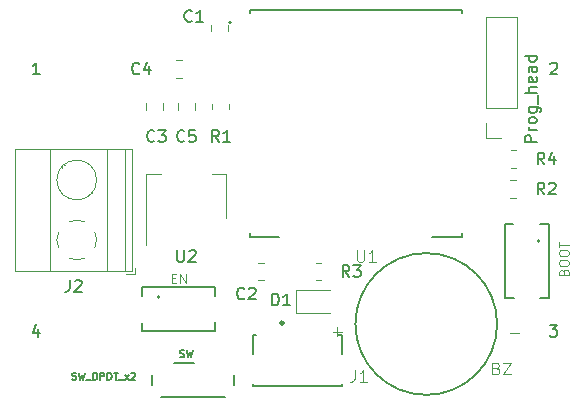
<source format=gto>
G04 #@! TF.GenerationSoftware,KiCad,Pcbnew,(5.1.9)-1*
G04 #@! TF.CreationDate,2021-04-10T16:29:16+02:00*
G04 #@! TF.ProjectId,eerste_versie,65657273-7465-45f7-9665-727369652e6b,rev?*
G04 #@! TF.SameCoordinates,Original*
G04 #@! TF.FileFunction,Legend,Top*
G04 #@! TF.FilePolarity,Positive*
%FSLAX46Y46*%
G04 Gerber Fmt 4.6, Leading zero omitted, Abs format (unit mm)*
G04 Created by KiCad (PCBNEW (5.1.9)-1) date 2021-04-10 16:29:16*
%MOMM*%
%LPD*%
G01*
G04 APERTURE LIST*
%ADD10C,0.203200*%
%ADD11C,0.120000*%
%ADD12C,0.127000*%
%ADD13C,0.300000*%
%ADD14C,0.200000*%
%ADD15C,0.150000*%
%ADD16C,0.015000*%
G04 APERTURE END LIST*
D10*
X129776220Y-137269220D02*
X129776220Y-136415780D01*
X122826780Y-137269220D02*
X122826780Y-136415780D01*
X123604020Y-138267440D02*
X128998980Y-138267440D01*
X124675900Y-135417560D02*
X126428500Y-135417560D01*
D11*
X153659064Y-118845000D02*
X153204936Y-118845000D01*
X153659064Y-117375000D02*
X153204936Y-117375000D01*
X118139000Y-119888000D02*
G75*
G03*
X118139000Y-119888000I-1680000J0D01*
G01*
X120559000Y-127568000D02*
X120559000Y-117288000D01*
X119059000Y-127568000D02*
X119059000Y-117288000D01*
X114158000Y-127568000D02*
X114158000Y-117288000D01*
X111198000Y-127568000D02*
X111198000Y-117288000D01*
X121119000Y-127568000D02*
X121119000Y-117288000D01*
X111198000Y-127568000D02*
X121119000Y-127568000D01*
X111198000Y-117288000D02*
X121119000Y-117288000D01*
X115390000Y-118613000D02*
X115436000Y-118660000D01*
X117698000Y-120922000D02*
X117733000Y-120957000D01*
X115184000Y-118818000D02*
X115220000Y-118853000D01*
X117482000Y-121115000D02*
X117528000Y-121162000D01*
X120619000Y-127808000D02*
X121359000Y-127808000D01*
X121359000Y-127808000D02*
X121359000Y-127308000D01*
X118139253Y-124939195D02*
G75*
G02*
X117994000Y-125652000I-1680253J-28805D01*
G01*
X117142042Y-126503426D02*
G75*
G02*
X115775000Y-126503000I-683042J1535426D01*
G01*
X114923574Y-125651042D02*
G75*
G02*
X114924000Y-124284000I1535426J683042D01*
G01*
X115775958Y-123432574D02*
G75*
G02*
X117143000Y-123433000I683042J-1535426D01*
G01*
X117993756Y-124284682D02*
G75*
G02*
X118139000Y-124968000I-1534756J-683318D01*
G01*
X153730000Y-113760000D02*
X151070000Y-113760000D01*
X153730000Y-113760000D02*
X153730000Y-106080000D01*
X153730000Y-106080000D02*
X151070000Y-106080000D01*
X151070000Y-113760000D02*
X151070000Y-106080000D01*
X151070000Y-116360000D02*
X151070000Y-115030000D01*
X152400000Y-116360000D02*
X151070000Y-116360000D01*
X124995000Y-113403748D02*
X124995000Y-113926252D01*
X126465000Y-113403748D02*
X126465000Y-113926252D01*
X123798000Y-113926252D02*
X123798000Y-113403748D01*
X122328000Y-113926252D02*
X122328000Y-113403748D01*
D12*
X138878000Y-137340000D02*
X138878000Y-137160000D01*
X131378000Y-137340000D02*
X138878000Y-137340000D01*
X131378000Y-137160000D02*
X131378000Y-137340000D01*
D13*
X133928000Y-131990000D02*
G75*
G03*
X133928000Y-131990000I-100000J0D01*
G01*
D12*
X138878000Y-133040000D02*
X138607000Y-133040000D01*
X138878000Y-134620000D02*
X138878000Y-133040000D01*
X131378000Y-133040000D02*
X131649000Y-133040000D01*
X131378000Y-134620000D02*
X131378000Y-133040000D01*
D14*
X123495000Y-129810000D02*
G75*
G03*
X123495000Y-129810000I-100000J0D01*
G01*
X128195000Y-132660000D02*
X128195000Y-131910000D01*
X121995000Y-132660000D02*
X128195000Y-132660000D01*
X121995000Y-132010000D02*
X121995000Y-132660000D01*
X128195000Y-128960000D02*
X128195000Y-129710000D01*
X121995000Y-128960000D02*
X128195000Y-128960000D01*
X121995000Y-129710000D02*
X121995000Y-128960000D01*
X155659000Y-123646000D02*
X156409000Y-123646000D01*
X156409000Y-123646000D02*
X156409000Y-129846000D01*
X156409000Y-129846000D02*
X155659000Y-129846000D01*
X153359000Y-123646000D02*
X152709000Y-123646000D01*
X152709000Y-123646000D02*
X152709000Y-129846000D01*
X152709000Y-129846000D02*
X153459000Y-129846000D01*
X155659000Y-125046000D02*
G75*
G03*
X155659000Y-125046000I-100000J0D01*
G01*
D11*
X137133064Y-126900000D02*
X136678936Y-126900000D01*
X137133064Y-128370000D02*
X136678936Y-128370000D01*
X135046000Y-131135000D02*
X137906000Y-131135000D01*
X135046000Y-129215000D02*
X135046000Y-131135000D01*
X137906000Y-129215000D02*
X135046000Y-129215000D01*
D12*
X152050000Y-132080000D02*
G75*
G03*
X152050000Y-132080000I-6000000J0D01*
G01*
D11*
X125356252Y-111225000D02*
X124833748Y-111225000D01*
X125356252Y-109755000D02*
X124833748Y-109755000D01*
X153627064Y-119915000D02*
X153172936Y-119915000D01*
X153627064Y-121385000D02*
X153172936Y-121385000D01*
X129259000Y-106778248D02*
X129259000Y-107300752D01*
X127789000Y-106778248D02*
X127789000Y-107300752D01*
X131818748Y-128370000D02*
X132341252Y-128370000D01*
X131818748Y-126900000D02*
X132341252Y-126900000D01*
X122320000Y-125360000D02*
X122320000Y-119350000D01*
X129140000Y-123110000D02*
X129140000Y-119350000D01*
X122320000Y-119350000D02*
X123580000Y-119350000D01*
X129140000Y-119350000D02*
X127880000Y-119350000D01*
D12*
X131090000Y-105790000D02*
X131090000Y-105490000D01*
X131090000Y-105490000D02*
X149090000Y-105490000D01*
X149090000Y-105490000D02*
X149090000Y-105790000D01*
X131090000Y-124390000D02*
X131090000Y-124690000D01*
X131090000Y-124690000D02*
X133600000Y-124690000D01*
X146580000Y-124690000D02*
X149090000Y-124690000D01*
X149090000Y-124690000D02*
X149090000Y-124390000D01*
D14*
X129540000Y-106550000D02*
G75*
G03*
X129540000Y-106550000I-100000J0D01*
G01*
D11*
X127916000Y-113892064D02*
X127916000Y-113437936D01*
X129386000Y-113892064D02*
X129386000Y-113437936D01*
D12*
X125207485Y-134866742D02*
X125294571Y-134895771D01*
X125439714Y-134895771D01*
X125497771Y-134866742D01*
X125526800Y-134837714D01*
X125555828Y-134779657D01*
X125555828Y-134721600D01*
X125526800Y-134663542D01*
X125497771Y-134634514D01*
X125439714Y-134605485D01*
X125323600Y-134576457D01*
X125265542Y-134547428D01*
X125236514Y-134518400D01*
X125207485Y-134460342D01*
X125207485Y-134402285D01*
X125236514Y-134344228D01*
X125265542Y-134315200D01*
X125323600Y-134286171D01*
X125468742Y-134286171D01*
X125555828Y-134315200D01*
X125759028Y-134286171D02*
X125904171Y-134895771D01*
X126020285Y-134460342D01*
X126136400Y-134895771D01*
X126281542Y-134286171D01*
X116074371Y-136771742D02*
X116161457Y-136800771D01*
X116306600Y-136800771D01*
X116364657Y-136771742D01*
X116393685Y-136742714D01*
X116422714Y-136684657D01*
X116422714Y-136626600D01*
X116393685Y-136568542D01*
X116364657Y-136539514D01*
X116306600Y-136510485D01*
X116190485Y-136481457D01*
X116132428Y-136452428D01*
X116103400Y-136423400D01*
X116074371Y-136365342D01*
X116074371Y-136307285D01*
X116103400Y-136249228D01*
X116132428Y-136220200D01*
X116190485Y-136191171D01*
X116335628Y-136191171D01*
X116422714Y-136220200D01*
X116625914Y-136191171D02*
X116771057Y-136800771D01*
X116887171Y-136365342D01*
X117003285Y-136800771D01*
X117148428Y-136191171D01*
X117235514Y-136858828D02*
X117699971Y-136858828D01*
X117845114Y-136800771D02*
X117845114Y-136191171D01*
X117990257Y-136191171D01*
X118077342Y-136220200D01*
X118135400Y-136278257D01*
X118164428Y-136336314D01*
X118193457Y-136452428D01*
X118193457Y-136539514D01*
X118164428Y-136655628D01*
X118135400Y-136713685D01*
X118077342Y-136771742D01*
X117990257Y-136800771D01*
X117845114Y-136800771D01*
X118454714Y-136800771D02*
X118454714Y-136191171D01*
X118686942Y-136191171D01*
X118745000Y-136220200D01*
X118774028Y-136249228D01*
X118803057Y-136307285D01*
X118803057Y-136394371D01*
X118774028Y-136452428D01*
X118745000Y-136481457D01*
X118686942Y-136510485D01*
X118454714Y-136510485D01*
X119064314Y-136800771D02*
X119064314Y-136191171D01*
X119209457Y-136191171D01*
X119296542Y-136220200D01*
X119354600Y-136278257D01*
X119383628Y-136336314D01*
X119412657Y-136452428D01*
X119412657Y-136539514D01*
X119383628Y-136655628D01*
X119354600Y-136713685D01*
X119296542Y-136771742D01*
X119209457Y-136800771D01*
X119064314Y-136800771D01*
X119586828Y-136191171D02*
X119935171Y-136191171D01*
X119761000Y-136800771D02*
X119761000Y-136191171D01*
X119993228Y-136858828D02*
X120457685Y-136858828D01*
X120544771Y-136800771D02*
X120864085Y-136394371D01*
X120544771Y-136394371D02*
X120864085Y-136800771D01*
X121067285Y-136249228D02*
X121096314Y-136220200D01*
X121154371Y-136191171D01*
X121299514Y-136191171D01*
X121357571Y-136220200D01*
X121386600Y-136249228D01*
X121415628Y-136307285D01*
X121415628Y-136365342D01*
X121386600Y-136452428D01*
X121038257Y-136800771D01*
X121415628Y-136800771D01*
D15*
X156043333Y-118562380D02*
X155710000Y-118086190D01*
X155471904Y-118562380D02*
X155471904Y-117562380D01*
X155852857Y-117562380D01*
X155948095Y-117610000D01*
X155995714Y-117657619D01*
X156043333Y-117752857D01*
X156043333Y-117895714D01*
X155995714Y-117990952D01*
X155948095Y-118038571D01*
X155852857Y-118086190D01*
X155471904Y-118086190D01*
X156900476Y-117895714D02*
X156900476Y-118562380D01*
X156662380Y-117514761D02*
X156424285Y-118229047D01*
X157043333Y-118229047D01*
X115871666Y-128357380D02*
X115871666Y-129071666D01*
X115824047Y-129214523D01*
X115728809Y-129309761D01*
X115585952Y-129357380D01*
X115490714Y-129357380D01*
X116300238Y-128452619D02*
X116347857Y-128405000D01*
X116443095Y-128357380D01*
X116681190Y-128357380D01*
X116776428Y-128405000D01*
X116824047Y-128452619D01*
X116871666Y-128547857D01*
X116871666Y-128643095D01*
X116824047Y-128785952D01*
X116252619Y-129357380D01*
X116871666Y-129357380D01*
X155392380Y-116672857D02*
X154392380Y-116672857D01*
X154392380Y-116291904D01*
X154440000Y-116196666D01*
X154487619Y-116149047D01*
X154582857Y-116101428D01*
X154725714Y-116101428D01*
X154820952Y-116149047D01*
X154868571Y-116196666D01*
X154916190Y-116291904D01*
X154916190Y-116672857D01*
X155392380Y-115672857D02*
X154725714Y-115672857D01*
X154916190Y-115672857D02*
X154820952Y-115625238D01*
X154773333Y-115577619D01*
X154725714Y-115482380D01*
X154725714Y-115387142D01*
X155392380Y-114910952D02*
X155344761Y-115006190D01*
X155297142Y-115053809D01*
X155201904Y-115101428D01*
X154916190Y-115101428D01*
X154820952Y-115053809D01*
X154773333Y-115006190D01*
X154725714Y-114910952D01*
X154725714Y-114768095D01*
X154773333Y-114672857D01*
X154820952Y-114625238D01*
X154916190Y-114577619D01*
X155201904Y-114577619D01*
X155297142Y-114625238D01*
X155344761Y-114672857D01*
X155392380Y-114768095D01*
X155392380Y-114910952D01*
X154725714Y-113720476D02*
X155535238Y-113720476D01*
X155630476Y-113768095D01*
X155678095Y-113815714D01*
X155725714Y-113910952D01*
X155725714Y-114053809D01*
X155678095Y-114149047D01*
X155344761Y-113720476D02*
X155392380Y-113815714D01*
X155392380Y-114006190D01*
X155344761Y-114101428D01*
X155297142Y-114149047D01*
X155201904Y-114196666D01*
X154916190Y-114196666D01*
X154820952Y-114149047D01*
X154773333Y-114101428D01*
X154725714Y-114006190D01*
X154725714Y-113815714D01*
X154773333Y-113720476D01*
X155487619Y-113482380D02*
X155487619Y-112720476D01*
X155392380Y-112482380D02*
X154392380Y-112482380D01*
X155392380Y-112053809D02*
X154868571Y-112053809D01*
X154773333Y-112101428D01*
X154725714Y-112196666D01*
X154725714Y-112339523D01*
X154773333Y-112434761D01*
X154820952Y-112482380D01*
X155344761Y-111196666D02*
X155392380Y-111291904D01*
X155392380Y-111482380D01*
X155344761Y-111577619D01*
X155249523Y-111625238D01*
X154868571Y-111625238D01*
X154773333Y-111577619D01*
X154725714Y-111482380D01*
X154725714Y-111291904D01*
X154773333Y-111196666D01*
X154868571Y-111149047D01*
X154963809Y-111149047D01*
X155059047Y-111625238D01*
X155392380Y-110291904D02*
X154868571Y-110291904D01*
X154773333Y-110339523D01*
X154725714Y-110434761D01*
X154725714Y-110625238D01*
X154773333Y-110720476D01*
X155344761Y-110291904D02*
X155392380Y-110387142D01*
X155392380Y-110625238D01*
X155344761Y-110720476D01*
X155249523Y-110768095D01*
X155154285Y-110768095D01*
X155059047Y-110720476D01*
X155011428Y-110625238D01*
X155011428Y-110387142D01*
X154963809Y-110291904D01*
X155392380Y-109387142D02*
X154392380Y-109387142D01*
X155344761Y-109387142D02*
X155392380Y-109482380D01*
X155392380Y-109672857D01*
X155344761Y-109768095D01*
X155297142Y-109815714D01*
X155201904Y-109863333D01*
X154916190Y-109863333D01*
X154820952Y-109815714D01*
X154773333Y-109768095D01*
X154725714Y-109672857D01*
X154725714Y-109482380D01*
X154773333Y-109387142D01*
X125563333Y-116562142D02*
X125515714Y-116609761D01*
X125372857Y-116657380D01*
X125277619Y-116657380D01*
X125134761Y-116609761D01*
X125039523Y-116514523D01*
X124991904Y-116419285D01*
X124944285Y-116228809D01*
X124944285Y-116085952D01*
X124991904Y-115895476D01*
X125039523Y-115800238D01*
X125134761Y-115705000D01*
X125277619Y-115657380D01*
X125372857Y-115657380D01*
X125515714Y-115705000D01*
X125563333Y-115752619D01*
X126468095Y-115657380D02*
X125991904Y-115657380D01*
X125944285Y-116133571D01*
X125991904Y-116085952D01*
X126087142Y-116038333D01*
X126325238Y-116038333D01*
X126420476Y-116085952D01*
X126468095Y-116133571D01*
X126515714Y-116228809D01*
X126515714Y-116466904D01*
X126468095Y-116562142D01*
X126420476Y-116609761D01*
X126325238Y-116657380D01*
X126087142Y-116657380D01*
X125991904Y-116609761D01*
X125944285Y-116562142D01*
X123023333Y-116562142D02*
X122975714Y-116609761D01*
X122832857Y-116657380D01*
X122737619Y-116657380D01*
X122594761Y-116609761D01*
X122499523Y-116514523D01*
X122451904Y-116419285D01*
X122404285Y-116228809D01*
X122404285Y-116085952D01*
X122451904Y-115895476D01*
X122499523Y-115800238D01*
X122594761Y-115705000D01*
X122737619Y-115657380D01*
X122832857Y-115657380D01*
X122975714Y-115705000D01*
X123023333Y-115752619D01*
X123356666Y-115657380D02*
X123975714Y-115657380D01*
X123642380Y-116038333D01*
X123785238Y-116038333D01*
X123880476Y-116085952D01*
X123928095Y-116133571D01*
X123975714Y-116228809D01*
X123975714Y-116466904D01*
X123928095Y-116562142D01*
X123880476Y-116609761D01*
X123785238Y-116657380D01*
X123499523Y-116657380D01*
X123404285Y-116609761D01*
X123356666Y-116562142D01*
D16*
X140001362Y-135976880D02*
X140001362Y-136691818D01*
X139953699Y-136834806D01*
X139858374Y-136930131D01*
X139715387Y-136977793D01*
X139620062Y-136977793D01*
X141002275Y-136977793D02*
X140430325Y-136977793D01*
X140716300Y-136977793D02*
X140716300Y-135976880D01*
X140620975Y-136119868D01*
X140525650Y-136215193D01*
X140430325Y-136262856D01*
X124504523Y-128212857D02*
X124771190Y-128212857D01*
X124885476Y-128631904D02*
X124504523Y-128631904D01*
X124504523Y-127831904D01*
X124885476Y-127831904D01*
X125228333Y-128631904D02*
X125228333Y-127831904D01*
X125685476Y-128631904D01*
X125685476Y-127831904D01*
X157678757Y-127676114D02*
X157716852Y-127561828D01*
X157754947Y-127523733D01*
X157831138Y-127485638D01*
X157945423Y-127485638D01*
X158021614Y-127523733D01*
X158059709Y-127561828D01*
X158097804Y-127638019D01*
X158097804Y-127942780D01*
X157297804Y-127942780D01*
X157297804Y-127676114D01*
X157335900Y-127599923D01*
X157373995Y-127561828D01*
X157450185Y-127523733D01*
X157526376Y-127523733D01*
X157602566Y-127561828D01*
X157640661Y-127599923D01*
X157678757Y-127676114D01*
X157678757Y-127942780D01*
X157297804Y-126990400D02*
X157297804Y-126838019D01*
X157335900Y-126761828D01*
X157412090Y-126685638D01*
X157564471Y-126647542D01*
X157831138Y-126647542D01*
X157983519Y-126685638D01*
X158059709Y-126761828D01*
X158097804Y-126838019D01*
X158097804Y-126990400D01*
X158059709Y-127066590D01*
X157983519Y-127142780D01*
X157831138Y-127180876D01*
X157564471Y-127180876D01*
X157412090Y-127142780D01*
X157335900Y-127066590D01*
X157297804Y-126990400D01*
X157297804Y-126152304D02*
X157297804Y-125999923D01*
X157335900Y-125923733D01*
X157412090Y-125847542D01*
X157564471Y-125809447D01*
X157831138Y-125809447D01*
X157983519Y-125847542D01*
X158059709Y-125923733D01*
X158097804Y-125999923D01*
X158097804Y-126152304D01*
X158059709Y-126228495D01*
X157983519Y-126304685D01*
X157831138Y-126342780D01*
X157564471Y-126342780D01*
X157412090Y-126304685D01*
X157335900Y-126228495D01*
X157297804Y-126152304D01*
X157297804Y-125580876D02*
X157297804Y-125123733D01*
X158097804Y-125352304D02*
X157297804Y-125352304D01*
D15*
X156511666Y-132142380D02*
X157130714Y-132142380D01*
X156797380Y-132523333D01*
X156940238Y-132523333D01*
X157035476Y-132570952D01*
X157083095Y-132618571D01*
X157130714Y-132713809D01*
X157130714Y-132951904D01*
X157083095Y-133047142D01*
X157035476Y-133094761D01*
X156940238Y-133142380D01*
X156654523Y-133142380D01*
X156559285Y-133094761D01*
X156511666Y-133047142D01*
X113315714Y-110942380D02*
X112744285Y-110942380D01*
X113030000Y-110942380D02*
X113030000Y-109942380D01*
X112934761Y-110085238D01*
X112839523Y-110180476D01*
X112744285Y-110228095D01*
X156559285Y-110037619D02*
X156606904Y-109990000D01*
X156702142Y-109942380D01*
X156940238Y-109942380D01*
X157035476Y-109990000D01*
X157083095Y-110037619D01*
X157130714Y-110132857D01*
X157130714Y-110228095D01*
X157083095Y-110370952D01*
X156511666Y-110942380D01*
X157130714Y-110942380D01*
X113220476Y-132500714D02*
X113220476Y-133167380D01*
X112982380Y-132119761D02*
X112744285Y-132834047D01*
X113363333Y-132834047D01*
X139533333Y-128087380D02*
X139200000Y-127611190D01*
X138961904Y-128087380D02*
X138961904Y-127087380D01*
X139342857Y-127087380D01*
X139438095Y-127135000D01*
X139485714Y-127182619D01*
X139533333Y-127277857D01*
X139533333Y-127420714D01*
X139485714Y-127515952D01*
X139438095Y-127563571D01*
X139342857Y-127611190D01*
X138961904Y-127611190D01*
X139866666Y-127087380D02*
X140485714Y-127087380D01*
X140152380Y-127468333D01*
X140295238Y-127468333D01*
X140390476Y-127515952D01*
X140438095Y-127563571D01*
X140485714Y-127658809D01*
X140485714Y-127896904D01*
X140438095Y-127992142D01*
X140390476Y-128039761D01*
X140295238Y-128087380D01*
X140009523Y-128087380D01*
X139914285Y-128039761D01*
X139866666Y-127992142D01*
X132992904Y-130500380D02*
X132992904Y-129500380D01*
X133231000Y-129500380D01*
X133373857Y-129548000D01*
X133469095Y-129643238D01*
X133516714Y-129738476D01*
X133564333Y-129928952D01*
X133564333Y-130071809D01*
X133516714Y-130262285D01*
X133469095Y-130357523D01*
X133373857Y-130452761D01*
X133231000Y-130500380D01*
X132992904Y-130500380D01*
X134516714Y-130500380D02*
X133945285Y-130500380D01*
X134231000Y-130500380D02*
X134231000Y-129500380D01*
X134135761Y-129643238D01*
X134040523Y-129738476D01*
X133945285Y-129786095D01*
D16*
X151994699Y-135818476D02*
X152137746Y-135866158D01*
X152185429Y-135913841D01*
X152233111Y-136009206D01*
X152233111Y-136152253D01*
X152185429Y-136247618D01*
X152137746Y-136295300D01*
X152042381Y-136342983D01*
X151660922Y-136342983D01*
X151660922Y-135341652D01*
X151994699Y-135341652D01*
X152090064Y-135389334D01*
X152137746Y-135437016D01*
X152185429Y-135532381D01*
X152185429Y-135627746D01*
X152137746Y-135723111D01*
X152090064Y-135770793D01*
X151994699Y-135818476D01*
X151660922Y-135818476D01*
X152566888Y-135341652D02*
X153234442Y-135341652D01*
X152566888Y-136342983D01*
X153234442Y-136342983D01*
X153101497Y-132807289D02*
X153865202Y-132807289D01*
X138143365Y-132723519D02*
X138907754Y-132723519D01*
X138525560Y-133105713D02*
X138525560Y-132341325D01*
D15*
X121753333Y-110847142D02*
X121705714Y-110894761D01*
X121562857Y-110942380D01*
X121467619Y-110942380D01*
X121324761Y-110894761D01*
X121229523Y-110799523D01*
X121181904Y-110704285D01*
X121134285Y-110513809D01*
X121134285Y-110370952D01*
X121181904Y-110180476D01*
X121229523Y-110085238D01*
X121324761Y-109990000D01*
X121467619Y-109942380D01*
X121562857Y-109942380D01*
X121705714Y-109990000D01*
X121753333Y-110037619D01*
X122610476Y-110275714D02*
X122610476Y-110942380D01*
X122372380Y-109894761D02*
X122134285Y-110609047D01*
X122753333Y-110609047D01*
X156043333Y-121102380D02*
X155710000Y-120626190D01*
X155471904Y-121102380D02*
X155471904Y-120102380D01*
X155852857Y-120102380D01*
X155948095Y-120150000D01*
X155995714Y-120197619D01*
X156043333Y-120292857D01*
X156043333Y-120435714D01*
X155995714Y-120530952D01*
X155948095Y-120578571D01*
X155852857Y-120626190D01*
X155471904Y-120626190D01*
X156424285Y-120197619D02*
X156471904Y-120150000D01*
X156567142Y-120102380D01*
X156805238Y-120102380D01*
X156900476Y-120150000D01*
X156948095Y-120197619D01*
X156995714Y-120292857D01*
X156995714Y-120388095D01*
X156948095Y-120530952D01*
X156376666Y-121102380D01*
X156995714Y-121102380D01*
X126198333Y-106402142D02*
X126150714Y-106449761D01*
X126007857Y-106497380D01*
X125912619Y-106497380D01*
X125769761Y-106449761D01*
X125674523Y-106354523D01*
X125626904Y-106259285D01*
X125579285Y-106068809D01*
X125579285Y-105925952D01*
X125626904Y-105735476D01*
X125674523Y-105640238D01*
X125769761Y-105545000D01*
X125912619Y-105497380D01*
X126007857Y-105497380D01*
X126150714Y-105545000D01*
X126198333Y-105592619D01*
X127150714Y-106497380D02*
X126579285Y-106497380D01*
X126865000Y-106497380D02*
X126865000Y-105497380D01*
X126769761Y-105640238D01*
X126674523Y-105735476D01*
X126579285Y-105783095D01*
X130643333Y-129897142D02*
X130595714Y-129944761D01*
X130452857Y-129992380D01*
X130357619Y-129992380D01*
X130214761Y-129944761D01*
X130119523Y-129849523D01*
X130071904Y-129754285D01*
X130024285Y-129563809D01*
X130024285Y-129420952D01*
X130071904Y-129230476D01*
X130119523Y-129135238D01*
X130214761Y-129040000D01*
X130357619Y-128992380D01*
X130452857Y-128992380D01*
X130595714Y-129040000D01*
X130643333Y-129087619D01*
X131024285Y-129087619D02*
X131071904Y-129040000D01*
X131167142Y-128992380D01*
X131405238Y-128992380D01*
X131500476Y-129040000D01*
X131548095Y-129087619D01*
X131595714Y-129182857D01*
X131595714Y-129278095D01*
X131548095Y-129420952D01*
X130976666Y-129992380D01*
X131595714Y-129992380D01*
X124968095Y-125817380D02*
X124968095Y-126626904D01*
X125015714Y-126722142D01*
X125063333Y-126769761D01*
X125158571Y-126817380D01*
X125349047Y-126817380D01*
X125444285Y-126769761D01*
X125491904Y-126722142D01*
X125539523Y-126626904D01*
X125539523Y-125817380D01*
X125968095Y-125912619D02*
X126015714Y-125865000D01*
X126110952Y-125817380D01*
X126349047Y-125817380D01*
X126444285Y-125865000D01*
X126491904Y-125912619D01*
X126539523Y-126007857D01*
X126539523Y-126103095D01*
X126491904Y-126245952D01*
X125920476Y-126817380D01*
X126539523Y-126817380D01*
D16*
X140207225Y-125816755D02*
X140207225Y-126627203D01*
X140254898Y-126722550D01*
X140302572Y-126770224D01*
X140397918Y-126817897D01*
X140588612Y-126817897D01*
X140683959Y-126770224D01*
X140731632Y-126722550D01*
X140779306Y-126627203D01*
X140779306Y-125816755D01*
X141780448Y-126817897D02*
X141208367Y-126817897D01*
X141494407Y-126817897D02*
X141494407Y-125816755D01*
X141399060Y-125959775D01*
X141303714Y-126055122D01*
X141208367Y-126102796D01*
D15*
X128484333Y-116657380D02*
X128151000Y-116181190D01*
X127912904Y-116657380D02*
X127912904Y-115657380D01*
X128293857Y-115657380D01*
X128389095Y-115705000D01*
X128436714Y-115752619D01*
X128484333Y-115847857D01*
X128484333Y-115990714D01*
X128436714Y-116085952D01*
X128389095Y-116133571D01*
X128293857Y-116181190D01*
X127912904Y-116181190D01*
X129436714Y-116657380D02*
X128865285Y-116657380D01*
X129151000Y-116657380D02*
X129151000Y-115657380D01*
X129055761Y-115800238D01*
X128960523Y-115895476D01*
X128865285Y-115943095D01*
M02*

</source>
